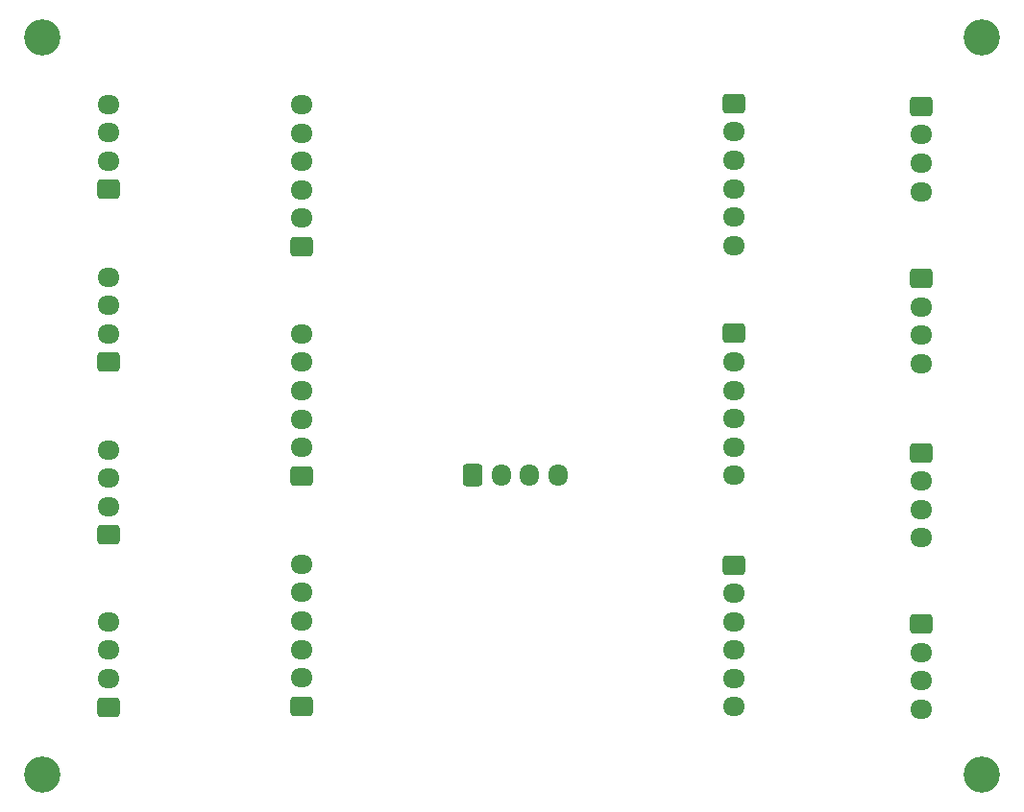
<source format=gbr>
%TF.GenerationSoftware,KiCad,Pcbnew,(6.0.6)*%
%TF.CreationDate,2022-07-31T16:56:09+07:00*%
%TF.ProjectId,ONGEKI PCB,4f4e4745-4b49-4205-9043-422e6b696361,rev?*%
%TF.SameCoordinates,Original*%
%TF.FileFunction,Soldermask,Top*%
%TF.FilePolarity,Negative*%
%FSLAX46Y46*%
G04 Gerber Fmt 4.6, Leading zero omitted, Abs format (unit mm)*
G04 Created by KiCad (PCBNEW (6.0.6)) date 2022-07-31 16:56:09*
%MOMM*%
%LPD*%
G01*
G04 APERTURE LIST*
G04 Aperture macros list*
%AMRoundRect*
0 Rectangle with rounded corners*
0 $1 Rounding radius*
0 $2 $3 $4 $5 $6 $7 $8 $9 X,Y pos of 4 corners*
0 Add a 4 corners polygon primitive as box body*
4,1,4,$2,$3,$4,$5,$6,$7,$8,$9,$2,$3,0*
0 Add four circle primitives for the rounded corners*
1,1,$1+$1,$2,$3*
1,1,$1+$1,$4,$5*
1,1,$1+$1,$6,$7*
1,1,$1+$1,$8,$9*
0 Add four rect primitives between the rounded corners*
20,1,$1+$1,$2,$3,$4,$5,0*
20,1,$1+$1,$4,$5,$6,$7,0*
20,1,$1+$1,$6,$7,$8,$9,0*
20,1,$1+$1,$8,$9,$2,$3,0*%
G04 Aperture macros list end*
%ADD10RoundRect,0.250000X0.725000X-0.600000X0.725000X0.600000X-0.725000X0.600000X-0.725000X-0.600000X0*%
%ADD11O,1.950000X1.700000*%
%ADD12RoundRect,0.250000X-0.725000X0.600000X-0.725000X-0.600000X0.725000X-0.600000X0.725000X0.600000X0*%
%ADD13C,3.200000*%
%ADD14RoundRect,0.250000X-0.600000X-0.725000X0.600000X-0.725000X0.600000X0.725000X-0.600000X0.725000X0*%
%ADD15O,1.700000X1.950000*%
G04 APERTURE END LIST*
D10*
%TO.C,Func-L*%
X46465000Y-87570000D03*
D11*
X46465000Y-85070000D03*
X46465000Y-82570000D03*
X46465000Y-80070000D03*
%TD*%
D12*
%TO.C,Power VCC*%
X118110000Y-49784000D03*
D11*
X118110000Y-52284000D03*
X118110000Y-54784000D03*
X118110000Y-57284000D03*
%TD*%
D13*
%TO.C,REF5\u002A\u002A*%
X123444000Y-108712000D03*
%TD*%
D12*
%TO.C,Func-R*%
X118093000Y-80324000D03*
D11*
X118093000Y-82824000D03*
X118093000Y-85324000D03*
X118093000Y-87824000D03*
%TD*%
D12*
%TO.C,R-Button-1*%
X101600000Y-49530000D03*
D11*
X101600000Y-52030000D03*
X101600000Y-54530000D03*
X101600000Y-57030000D03*
X101600000Y-59530000D03*
X101600000Y-62030000D03*
%TD*%
D14*
%TO.C,Encoder/Potentiometer*%
X78546000Y-82279000D03*
D15*
X81046000Y-82279000D03*
X83546000Y-82279000D03*
X86046000Y-82279000D03*
%TD*%
D10*
%TO.C,L-Button-1*%
X63500000Y-62130000D03*
D11*
X63500000Y-59630000D03*
X63500000Y-57130000D03*
X63500000Y-54630000D03*
X63500000Y-52130000D03*
X63500000Y-49630000D03*
%TD*%
D12*
%TO.C,Side-R*%
X118093000Y-95444000D03*
D11*
X118093000Y-97944000D03*
X118093000Y-100444000D03*
X118093000Y-102944000D03*
%TD*%
D13*
%TO.C,REF1\u002A\u002A*%
X40640000Y-43688000D03*
%TD*%
D12*
%TO.C,R-Button-3*%
X101600000Y-90230000D03*
D11*
X101600000Y-92730000D03*
X101600000Y-95230000D03*
X101600000Y-97730000D03*
X101600000Y-100230000D03*
X101600000Y-102730000D03*
%TD*%
D13*
%TO.C,REF4\u002A\u002A*%
X40640000Y-108712000D03*
%TD*%
%TO.C,REF2\u002A\u002A*%
X123444000Y-43688000D03*
%TD*%
D12*
%TO.C,R-Button-2*%
X101600000Y-69810000D03*
D11*
X101600000Y-72310000D03*
X101600000Y-74810000D03*
X101600000Y-77310000D03*
X101600000Y-79810000D03*
X101600000Y-82310000D03*
%TD*%
D12*
%TO.C,Power GND*%
X118093000Y-64964000D03*
D11*
X118093000Y-67464000D03*
X118093000Y-69964000D03*
X118093000Y-72464000D03*
%TD*%
D10*
%TO.C,Analog port*%
X46465000Y-72330000D03*
D11*
X46465000Y-69830000D03*
X46465000Y-67330000D03*
X46465000Y-64830000D03*
%TD*%
D10*
%TO.C,Serial port*%
X46465000Y-57090000D03*
D11*
X46465000Y-54590000D03*
X46465000Y-52090000D03*
X46465000Y-49590000D03*
%TD*%
D10*
%TO.C,L-Button-3*%
X63500000Y-102670000D03*
D11*
X63500000Y-100170000D03*
X63500000Y-97670000D03*
X63500000Y-95170000D03*
X63500000Y-92670000D03*
X63500000Y-90170000D03*
%TD*%
D10*
%TO.C,L-Button-2*%
X63500000Y-82350000D03*
D11*
X63500000Y-79850000D03*
X63500000Y-77350000D03*
X63500000Y-74850000D03*
X63500000Y-72350000D03*
X63500000Y-69850000D03*
%TD*%
D10*
%TO.C,Side-L*%
X46465000Y-102750000D03*
D11*
X46465000Y-100250000D03*
X46465000Y-97750000D03*
X46465000Y-95250000D03*
%TD*%
M02*

</source>
